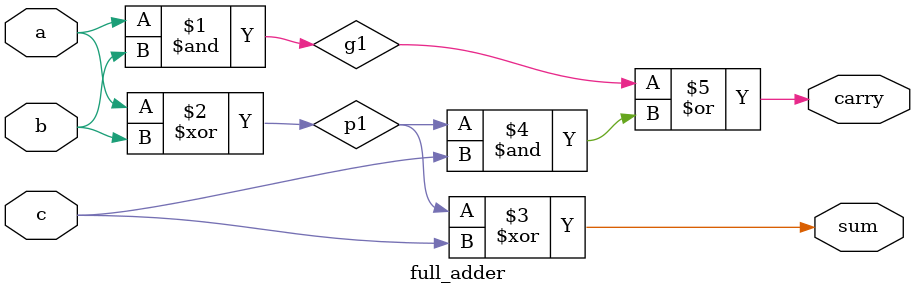
<source format=v>
module full_adder
(input a,input b, input c,output sum,output carry);

wire g1,p1;
assign g1=a & b;
assign p1=a ^ b;

assign sum=p1 ^ c;
assign carry = g1 | (p1&c);

endmodule

</source>
